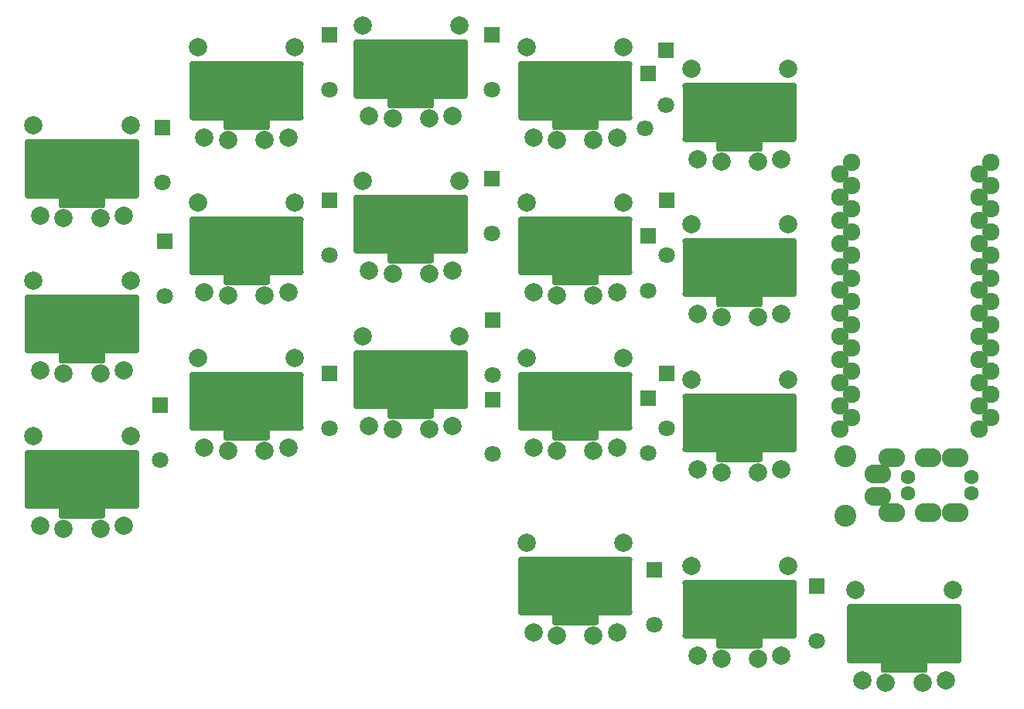
<source format=gbs>
G04 #@! TF.GenerationSoftware,KiCad,Pcbnew,(5.1.6-0-10_14)*
G04 #@! TF.CreationDate,2020-07-13T09:24:30+01:00*
G04 #@! TF.ProjectId,crabby,63726162-6279-42e6-9b69-6361645f7063,2.1*
G04 #@! TF.SameCoordinates,Original*
G04 #@! TF.FileFunction,Soldermask,Bot*
G04 #@! TF.FilePolarity,Negative*
%FSLAX46Y46*%
G04 Gerber Fmt 4.6, Leading zero omitted, Abs format (unit mm)*
G04 Created by KiCad (PCBNEW (5.1.6-0-10_14)) date 2020-07-13 09:24:30*
%MOMM*%
%LPD*%
G01*
G04 APERTURE LIST*
%ADD10C,2.000000*%
%ADD11O,12.250000X6.300000*%
%ADD12O,1.400000X6.300000*%
%ADD13O,12.500000X0.700000*%
%ADD14O,0.700000X6.500000*%
%ADD15O,5.100000X0.700000*%
%ADD16O,0.700000X1.600000*%
%ADD17O,5.100000X1.400000*%
%ADD18C,1.924000*%
%ADD19C,2.400000*%
%ADD20C,1.797000*%
%ADD21R,1.797000X1.797000*%
%ADD22C,1.600000*%
%ADD23O,2.900000X2.100000*%
G04 APERTURE END LIST*
D10*
X56700000Y-23790000D03*
X67300000Y-23790000D03*
X64000000Y-33940000D03*
X57420000Y-33640000D03*
X60000000Y-33940000D03*
X66580000Y-33640000D03*
D11*
X62000000Y-28540000D03*
D12*
X56640000Y-28540000D03*
D13*
X62000000Y-25640000D03*
X62000000Y-31440000D03*
D14*
X67900000Y-28540000D03*
X56100000Y-28540000D03*
D12*
X57410000Y-28540000D03*
X57800000Y-28540000D03*
X66200000Y-28540000D03*
X66590000Y-28540000D03*
X67360000Y-28540000D03*
D15*
X62000000Y-32490000D03*
D16*
X64200000Y-32040000D03*
X59800000Y-32040000D03*
D17*
X62000000Y-32040000D03*
D10*
X110700000Y-80570000D03*
X121300000Y-80570000D03*
X118000000Y-90720000D03*
X111420000Y-90420000D03*
X114000000Y-90720000D03*
X120580000Y-90420000D03*
D11*
X116000000Y-85320000D03*
D12*
X110640000Y-85320000D03*
D13*
X116000000Y-82420000D03*
X116000000Y-88220000D03*
D14*
X121900000Y-85320000D03*
X110100000Y-85320000D03*
D12*
X111410000Y-85320000D03*
X111800000Y-85320000D03*
X120200000Y-85320000D03*
X120590000Y-85320000D03*
X121360000Y-85320000D03*
D15*
X116000000Y-89270000D03*
D16*
X118200000Y-88820000D03*
X113800000Y-88820000D03*
D17*
X116000000Y-88820000D03*
D10*
X74700000Y-55420000D03*
X85300000Y-55420000D03*
X82000000Y-65570000D03*
X75420000Y-65270000D03*
X78000000Y-65570000D03*
X84580000Y-65270000D03*
D11*
X80000000Y-60170000D03*
D12*
X74640000Y-60170000D03*
D13*
X80000000Y-57270000D03*
X80000000Y-63070000D03*
D14*
X85900000Y-60170000D03*
X74100000Y-60170000D03*
D12*
X75410000Y-60170000D03*
X75800000Y-60170000D03*
X84200000Y-60170000D03*
X84590000Y-60170000D03*
X85360000Y-60170000D03*
D15*
X80000000Y-64120000D03*
D16*
X82200000Y-63670000D03*
X77800000Y-63670000D03*
D17*
X80000000Y-63670000D03*
D10*
X110700000Y-26170000D03*
X121300000Y-26170000D03*
X118000000Y-36320000D03*
X111420000Y-36020000D03*
X114000000Y-36320000D03*
X120580000Y-36020000D03*
D11*
X116000000Y-30920000D03*
D12*
X110640000Y-30920000D03*
D13*
X116000000Y-28020000D03*
X116000000Y-33820000D03*
D14*
X121900000Y-30920000D03*
X110100000Y-30920000D03*
D12*
X111410000Y-30920000D03*
X111800000Y-30920000D03*
X120200000Y-30920000D03*
X120590000Y-30920000D03*
X121360000Y-30920000D03*
D15*
X116000000Y-34870000D03*
D16*
X118200000Y-34420000D03*
X113800000Y-34420000D03*
D17*
X116000000Y-34420000D03*
D10*
X110700000Y-60170000D03*
X121300000Y-60170000D03*
X118000000Y-70320000D03*
X111420000Y-70020000D03*
X114000000Y-70320000D03*
X120580000Y-70020000D03*
D11*
X116000000Y-64920000D03*
D12*
X110640000Y-64920000D03*
D13*
X116000000Y-62020000D03*
X116000000Y-67820000D03*
D14*
X121900000Y-64920000D03*
X110100000Y-64920000D03*
D12*
X111410000Y-64920000D03*
X111800000Y-64920000D03*
X120200000Y-64920000D03*
X120590000Y-64920000D03*
X121360000Y-64920000D03*
D15*
X116000000Y-68870000D03*
D16*
X118200000Y-68420000D03*
X113800000Y-68420000D03*
D17*
X116000000Y-68420000D03*
D10*
X92700000Y-78030000D03*
X103300000Y-78030000D03*
X100000000Y-88180000D03*
X93420000Y-87880000D03*
X96000000Y-88180000D03*
X102580000Y-87880000D03*
D11*
X98000000Y-82780000D03*
D12*
X92640000Y-82780000D03*
D13*
X98000000Y-79880000D03*
X98000000Y-85680000D03*
D14*
X103900000Y-82780000D03*
X92100000Y-82780000D03*
D12*
X93410000Y-82780000D03*
X93800000Y-82780000D03*
X102200000Y-82780000D03*
X102590000Y-82780000D03*
X103360000Y-82780000D03*
D15*
X98000000Y-86730000D03*
D16*
X100200000Y-86280000D03*
X95800000Y-86280000D03*
D17*
X98000000Y-86280000D03*
D10*
X128700000Y-83250000D03*
X139300000Y-83250000D03*
X136000000Y-93400000D03*
X129420000Y-93100000D03*
X132000000Y-93400000D03*
X138580000Y-93100000D03*
D11*
X134000000Y-88000000D03*
D12*
X128640000Y-88000000D03*
D13*
X134000000Y-85100000D03*
X134000000Y-90900000D03*
D14*
X139900000Y-88000000D03*
X128100000Y-88000000D03*
D12*
X129410000Y-88000000D03*
X129800000Y-88000000D03*
X138200000Y-88000000D03*
X138590000Y-88000000D03*
X139360000Y-88000000D03*
D15*
X134000000Y-91950000D03*
D16*
X136200000Y-91500000D03*
X131800000Y-91500000D03*
D17*
X134000000Y-91500000D03*
D10*
X92700000Y-57795000D03*
X103300000Y-57795000D03*
X100000000Y-67945000D03*
X93420000Y-67645000D03*
X96000000Y-67945000D03*
X102580000Y-67645000D03*
D11*
X98000000Y-62545000D03*
D12*
X92640000Y-62545000D03*
D13*
X98000000Y-59645000D03*
X98000000Y-65445000D03*
D14*
X103900000Y-62545000D03*
X92100000Y-62545000D03*
D12*
X93410000Y-62545000D03*
X93800000Y-62545000D03*
X102200000Y-62545000D03*
X102590000Y-62545000D03*
X103360000Y-62545000D03*
D15*
X98000000Y-66495000D03*
D16*
X100200000Y-66045000D03*
X95800000Y-66045000D03*
D17*
X98000000Y-66045000D03*
D10*
X56700000Y-57795000D03*
X67300000Y-57795000D03*
X64000000Y-67945000D03*
X57420000Y-67645000D03*
X60000000Y-67945000D03*
X66580000Y-67645000D03*
D11*
X62000000Y-62545000D03*
D12*
X56640000Y-62545000D03*
D13*
X62000000Y-59645000D03*
X62000000Y-65445000D03*
D14*
X67900000Y-62545000D03*
X56100000Y-62545000D03*
D12*
X57410000Y-62545000D03*
X57800000Y-62545000D03*
X66200000Y-62545000D03*
X66590000Y-62545000D03*
X67360000Y-62545000D03*
D15*
X62000000Y-66495000D03*
D16*
X64200000Y-66045000D03*
X59800000Y-66045000D03*
D17*
X62000000Y-66045000D03*
D10*
X38700000Y-66355000D03*
X49300000Y-66355000D03*
X46000000Y-76505000D03*
X39420000Y-76205000D03*
X42000000Y-76505000D03*
X48580000Y-76205000D03*
D11*
X44000000Y-71105000D03*
D12*
X38640000Y-71105000D03*
D13*
X44000000Y-68205000D03*
X44000000Y-74005000D03*
D14*
X49900000Y-71105000D03*
X38100000Y-71105000D03*
D12*
X39410000Y-71105000D03*
X39800000Y-71105000D03*
X48200000Y-71105000D03*
X48590000Y-71105000D03*
X49360000Y-71105000D03*
D15*
X44000000Y-75055000D03*
D16*
X46200000Y-74605000D03*
X41800000Y-74605000D03*
D17*
X44000000Y-74605000D03*
D10*
X110700000Y-43170000D03*
X121300000Y-43170000D03*
X118000000Y-53320000D03*
X111420000Y-53020000D03*
X114000000Y-53320000D03*
X120580000Y-53020000D03*
D11*
X116000000Y-47920000D03*
D12*
X110640000Y-47920000D03*
D13*
X116000000Y-45020000D03*
X116000000Y-50820000D03*
D14*
X121900000Y-47920000D03*
X110100000Y-47920000D03*
D12*
X111410000Y-47920000D03*
X111800000Y-47920000D03*
X120200000Y-47920000D03*
X120590000Y-47920000D03*
X121360000Y-47920000D03*
D15*
X116000000Y-51870000D03*
D16*
X118200000Y-51420000D03*
X113800000Y-51420000D03*
D17*
X116000000Y-51420000D03*
D10*
X92700000Y-40790000D03*
X103300000Y-40790000D03*
X100000000Y-50940000D03*
X93420000Y-50640000D03*
X96000000Y-50940000D03*
X102580000Y-50640000D03*
D11*
X98000000Y-45540000D03*
D12*
X92640000Y-45540000D03*
D13*
X98000000Y-42640000D03*
X98000000Y-48440000D03*
D14*
X103900000Y-45540000D03*
X92100000Y-45540000D03*
D12*
X93410000Y-45540000D03*
X93800000Y-45540000D03*
X102200000Y-45540000D03*
X102590000Y-45540000D03*
X103360000Y-45540000D03*
D15*
X98000000Y-49490000D03*
D16*
X100200000Y-49040000D03*
X95800000Y-49040000D03*
D17*
X98000000Y-49040000D03*
D10*
X74700000Y-38420000D03*
X85300000Y-38420000D03*
X82000000Y-48570000D03*
X75420000Y-48270000D03*
X78000000Y-48570000D03*
X84580000Y-48270000D03*
D11*
X80000000Y-43170000D03*
D12*
X74640000Y-43170000D03*
D13*
X80000000Y-40270000D03*
X80000000Y-46070000D03*
D14*
X85900000Y-43170000D03*
X74100000Y-43170000D03*
D12*
X75410000Y-43170000D03*
X75800000Y-43170000D03*
X84200000Y-43170000D03*
X84590000Y-43170000D03*
X85360000Y-43170000D03*
D15*
X80000000Y-47120000D03*
D16*
X82200000Y-46670000D03*
X77800000Y-46670000D03*
D17*
X80000000Y-46670000D03*
D10*
X56700000Y-40790000D03*
X67300000Y-40790000D03*
X64000000Y-50940000D03*
X57420000Y-50640000D03*
X60000000Y-50940000D03*
X66580000Y-50640000D03*
D11*
X62000000Y-45540000D03*
D12*
X56640000Y-45540000D03*
D13*
X62000000Y-42640000D03*
X62000000Y-48440000D03*
D14*
X67900000Y-45540000D03*
X56100000Y-45540000D03*
D12*
X57410000Y-45540000D03*
X57800000Y-45540000D03*
X66200000Y-45540000D03*
X66590000Y-45540000D03*
X67360000Y-45540000D03*
D15*
X62000000Y-49490000D03*
D16*
X64200000Y-49040000D03*
X59800000Y-49040000D03*
D17*
X62000000Y-49040000D03*
D10*
X38700000Y-49350000D03*
X49300000Y-49350000D03*
X46000000Y-59500000D03*
X39420000Y-59200000D03*
X42000000Y-59500000D03*
X48580000Y-59200000D03*
D11*
X44000000Y-54100000D03*
D12*
X38640000Y-54100000D03*
D13*
X44000000Y-51200000D03*
X44000000Y-57000000D03*
D14*
X49900000Y-54100000D03*
X38100000Y-54100000D03*
D12*
X39410000Y-54100000D03*
X39800000Y-54100000D03*
X48200000Y-54100000D03*
X48590000Y-54100000D03*
X49360000Y-54100000D03*
D15*
X44000000Y-58050000D03*
D16*
X46200000Y-57600000D03*
X41800000Y-57600000D03*
D17*
X44000000Y-57600000D03*
D10*
X92700000Y-23790000D03*
X103300000Y-23790000D03*
X100000000Y-33940000D03*
X93420000Y-33640000D03*
X96000000Y-33940000D03*
X102580000Y-33640000D03*
D11*
X98000000Y-28540000D03*
D12*
X92640000Y-28540000D03*
D13*
X98000000Y-25640000D03*
X98000000Y-31440000D03*
D14*
X103900000Y-28540000D03*
X92100000Y-28540000D03*
D12*
X93410000Y-28540000D03*
X93800000Y-28540000D03*
X102200000Y-28540000D03*
X102590000Y-28540000D03*
X103360000Y-28540000D03*
D15*
X98000000Y-32490000D03*
D16*
X100200000Y-32040000D03*
X95800000Y-32040000D03*
D17*
X98000000Y-32040000D03*
D10*
X74700000Y-21430000D03*
X85300000Y-21430000D03*
X82000000Y-31580000D03*
X75420000Y-31280000D03*
X78000000Y-31580000D03*
X84580000Y-31280000D03*
D11*
X80000000Y-26180000D03*
D12*
X74640000Y-26180000D03*
D13*
X80000000Y-23280000D03*
X80000000Y-29080000D03*
D14*
X85900000Y-26180000D03*
X74100000Y-26180000D03*
D12*
X75410000Y-26180000D03*
X75800000Y-26180000D03*
X84200000Y-26180000D03*
X84590000Y-26180000D03*
X85360000Y-26180000D03*
D15*
X80000000Y-30130000D03*
D16*
X82200000Y-29680000D03*
X77800000Y-29680000D03*
D17*
X80000000Y-29680000D03*
D10*
X38700000Y-32350000D03*
X49300000Y-32350000D03*
X46000000Y-42500000D03*
X39420000Y-42200000D03*
X42000000Y-42500000D03*
X48580000Y-42200000D03*
D11*
X44000000Y-37100000D03*
D12*
X38640000Y-37100000D03*
D13*
X44000000Y-34200000D03*
X44000000Y-40000000D03*
D14*
X49900000Y-37100000D03*
X38100000Y-37100000D03*
D12*
X39410000Y-37100000D03*
X39800000Y-37100000D03*
X48200000Y-37100000D03*
X48590000Y-37100000D03*
X49360000Y-37100000D03*
D15*
X44000000Y-41050000D03*
D16*
X46200000Y-40600000D03*
X41800000Y-40600000D03*
D17*
X44000000Y-40600000D03*
D18*
X128286400Y-36402000D03*
X128286400Y-38942000D03*
X128286400Y-41482000D03*
X128286400Y-44022000D03*
X128286400Y-46562000D03*
X128286400Y-49102000D03*
X128286400Y-51642000D03*
X128286400Y-54182000D03*
X128286400Y-56722000D03*
X128286400Y-59262000D03*
X128286400Y-61802000D03*
X128286400Y-64342000D03*
X143506400Y-64342000D03*
X143506400Y-61802000D03*
X143506400Y-59262000D03*
X143506400Y-56722000D03*
X143506400Y-54182000D03*
X143506400Y-51642000D03*
X143506400Y-49102000D03*
X143506400Y-46562000D03*
X143506400Y-44022000D03*
X143506400Y-41482000D03*
X143506400Y-38942000D03*
X143506400Y-36402000D03*
X126960000Y-37672000D03*
X126960000Y-40212000D03*
X126960000Y-42752000D03*
X126960000Y-45292000D03*
X126960000Y-47832000D03*
X126960000Y-50372000D03*
X126960000Y-52912000D03*
X126960000Y-55452000D03*
X126960000Y-57992000D03*
X126960000Y-60532000D03*
X126960000Y-63072000D03*
X126960000Y-65612000D03*
X142200000Y-65612000D03*
X142200000Y-63072000D03*
X142200000Y-60532000D03*
X142200000Y-57992000D03*
X142200000Y-55452000D03*
X142200000Y-52912000D03*
X142200000Y-50372000D03*
X142200000Y-47832000D03*
X142200000Y-45292000D03*
X142200000Y-42752000D03*
X142200000Y-40212000D03*
X142200000Y-37672000D03*
D19*
X127580000Y-68580000D03*
X127580000Y-75080000D03*
D20*
X108000000Y-65545000D03*
D21*
X108000000Y-59545000D03*
D22*
X134410000Y-70860000D03*
X141410000Y-70860000D03*
D23*
X132610000Y-68760000D03*
X131110000Y-72960000D03*
X139610000Y-68760000D03*
X136610000Y-68760000D03*
D22*
X141410000Y-72610000D03*
X134410000Y-72610000D03*
D23*
X139610000Y-74710000D03*
X136610000Y-74710000D03*
X132610000Y-74710000D03*
X131110000Y-70510000D03*
D20*
X52840000Y-38560000D03*
D21*
X52840000Y-32560000D03*
X71120000Y-22400000D03*
D20*
X71120000Y-28400000D03*
X88900000Y-28400000D03*
D21*
X88900000Y-22400000D03*
D20*
X105680000Y-32670000D03*
D21*
X106000000Y-26670000D03*
D20*
X107950000Y-30130000D03*
D21*
X107950000Y-24130000D03*
D20*
X53070000Y-51060000D03*
D21*
X53070000Y-45060000D03*
X71120000Y-40545000D03*
D20*
X71120000Y-46545000D03*
X88900000Y-44170000D03*
D21*
X88900000Y-38170000D03*
D20*
X106000000Y-50450000D03*
D21*
X106000000Y-44450000D03*
D20*
X108000000Y-46545000D03*
D21*
X108000000Y-40545000D03*
D20*
X52570000Y-68995000D03*
D21*
X52570000Y-62995000D03*
D20*
X71120000Y-65545000D03*
D21*
X71120000Y-59545000D03*
X89000000Y-53680000D03*
D20*
X89000000Y-59680000D03*
X106000000Y-68230000D03*
D21*
X106000000Y-62230000D03*
D20*
X89000000Y-68350000D03*
D21*
X89000000Y-62350000D03*
D20*
X106680000Y-87050000D03*
D21*
X106680000Y-81050000D03*
D20*
X124460000Y-88780000D03*
D21*
X124460000Y-82780000D03*
M02*

</source>
